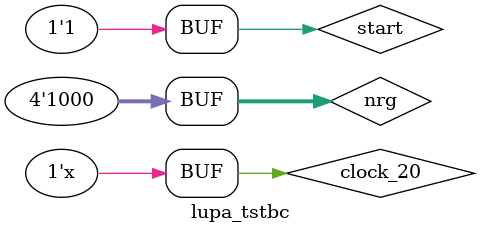
<source format=v>
`timescale 1ns / 1ps


module lupa_tstbc;

	// Inputs
	reg clock_20;
	reg start;
	reg [3:0] nrg;

	// Outputs
	wire spi_clk;
	wire spi_en;
	wire spi_dat;

	// Instantiate the Unit Under Test (UUT)
	spi_upload uut (
		.clock_20(clock_20), 
		.start(start), 
		.nrg(nrg), 
		.spi_clk(spi_clk), 
		.spi_en(spi_en), 
		.spi_dat(spi_dat)
	);

	initial begin
		// Initialize Inputs
		clock_20 = 0;
		start = 0;
		nrg = 4'b1000;

		// Wait 100 ns for global reset to finish
		#200;
        
		// Add stimulus here
		start = 1;
	end
    
	always
		#20 clock_20 = ~clock_20;
endmodule


</source>
